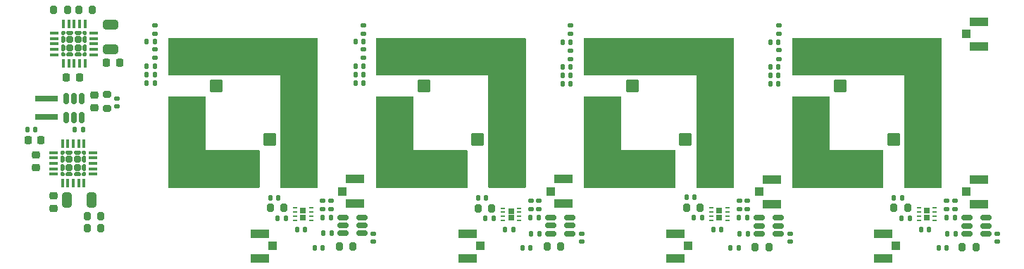
<source format=gtp>
G04 #@! TF.GenerationSoftware,KiCad,Pcbnew,8.0.7-8.0.7-0~ubuntu22.04.1*
G04 #@! TF.CreationDate,2025-03-20T12:44:00-04:00*
G04 #@! TF.ProjectId,trigger,74726967-6765-4722-9e6b-696361645f70,rev?*
G04 #@! TF.SameCoordinates,Original*
G04 #@! TF.FileFunction,Paste,Top*
G04 #@! TF.FilePolarity,Positive*
%FSLAX46Y46*%
G04 Gerber Fmt 4.6, Leading zero omitted, Abs format (unit mm)*
G04 Created by KiCad (PCBNEW 8.0.7-8.0.7-0~ubuntu22.04.1) date 2025-03-20 12:44:00*
%MOMM*%
%LPD*%
G01*
G04 APERTURE LIST*
G04 Aperture macros list*
%AMRoundRect*
0 Rectangle with rounded corners*
0 $1 Rounding radius*
0 $2 $3 $4 $5 $6 $7 $8 $9 X,Y pos of 4 corners*
0 Add a 4 corners polygon primitive as box body*
4,1,4,$2,$3,$4,$5,$6,$7,$8,$9,$2,$3,0*
0 Add four circle primitives for the rounded corners*
1,1,$1+$1,$2,$3*
1,1,$1+$1,$4,$5*
1,1,$1+$1,$6,$7*
1,1,$1+$1,$8,$9*
0 Add four rect primitives between the rounded corners*
20,1,$1+$1,$2,$3,$4,$5,0*
20,1,$1+$1,$4,$5,$6,$7,0*
20,1,$1+$1,$6,$7,$8,$9,0*
20,1,$1+$1,$8,$9,$2,$3,0*%
%AMFreePoly0*
4,1,19,0.178553,0.213392,0.221317,0.164040,0.231790,0.115895,0.231790,-0.012362,0.213392,-0.075020,0.197845,-0.094312,0.094312,-0.197845,0.036997,-0.229141,0.012362,-0.231790,-0.115895,-0.231790,-0.178553,-0.213392,-0.221317,-0.164040,-0.231790,-0.115895,-0.231790,0.115895,-0.213392,0.178553,-0.164040,0.221317,-0.115895,0.231790,0.115895,0.231790,0.178553,0.213392,0.178553,0.213392,
$1*%
%AMFreePoly1*
4,1,21,0.122595,0.381565,0.128518,0.376137,0.204814,0.299841,0.231439,0.242746,0.231789,0.234719,0.231789,-0.234719,0.210242,-0.293918,0.204814,-0.299841,0.128518,-0.376137,0.071423,-0.402762,0.063396,-0.403112,-0.139692,-0.403112,-0.198891,-0.381565,-0.230390,-0.327007,-0.231789,-0.311015,-0.231789,0.311015,-0.210242,0.370214,-0.155684,0.401713,-0.139692,0.403112,0.063396,0.403112,
0.122595,0.381565,0.122595,0.381565,$1*%
%AMFreePoly2*
4,1,19,0.075020,0.213392,0.094312,0.197845,0.197845,0.094312,0.229141,0.036997,0.231790,0.012362,0.231790,-0.115895,0.213392,-0.178553,0.164040,-0.221317,0.115895,-0.231790,-0.115895,-0.231790,-0.178553,-0.213392,-0.221317,-0.164040,-0.231790,-0.115895,-0.231790,0.115895,-0.213392,0.178553,-0.164040,0.221317,-0.115895,0.231790,0.012362,0.231790,0.075020,0.213392,0.075020,0.213392,
$1*%
%AMFreePoly3*
4,1,21,0.370214,0.210242,0.401713,0.155684,0.403112,0.139692,0.403112,-0.063396,0.381565,-0.122595,0.376137,-0.128518,0.299841,-0.204814,0.242746,-0.231439,0.234719,-0.231789,-0.234719,-0.231789,-0.293918,-0.210242,-0.299841,-0.204814,-0.376137,-0.128518,-0.402762,-0.071423,-0.403112,-0.063396,-0.403112,0.139692,-0.381565,0.198891,-0.327007,0.230390,-0.311015,0.231789,0.311015,0.231789,
0.370214,0.210242,0.370214,0.210242,$1*%
%AMFreePoly4*
4,1,21,0.293918,0.210242,0.299841,0.204814,0.376137,0.128518,0.402762,0.071423,0.403112,0.063396,0.403112,-0.139692,0.381565,-0.198891,0.327007,-0.230390,0.311015,-0.231789,-0.311015,-0.231789,-0.370214,-0.210242,-0.401713,-0.155684,-0.403112,-0.139692,-0.403112,0.063396,-0.381565,0.122595,-0.376137,0.128518,-0.299841,0.204814,-0.242746,0.231439,-0.234719,0.231789,0.234719,0.231789,
0.293918,0.210242,0.293918,0.210242,$1*%
%AMFreePoly5*
4,1,19,0.178553,0.213392,0.221317,0.164040,0.231790,0.115895,0.231790,-0.115895,0.213392,-0.178553,0.164040,-0.221317,0.115895,-0.231790,-0.012362,-0.231790,-0.075020,-0.213392,-0.094312,-0.197845,-0.197845,-0.094312,-0.229141,-0.036997,-0.231790,-0.012362,-0.231790,0.115895,-0.213392,0.178553,-0.164040,0.221317,-0.115895,0.231790,0.115895,0.231790,0.178553,0.213392,0.178553,0.213392,
$1*%
%AMFreePoly6*
4,1,21,0.198891,0.381565,0.230390,0.327007,0.231789,0.311015,0.231789,-0.311015,0.210242,-0.370214,0.155684,-0.401713,0.139692,-0.403112,-0.063396,-0.403112,-0.122595,-0.381565,-0.128518,-0.376137,-0.204814,-0.299841,-0.231439,-0.242746,-0.231789,-0.234719,-0.231789,0.234719,-0.210242,0.293918,-0.204814,0.299841,-0.128518,0.376137,-0.071423,0.402762,-0.063396,0.403112,0.139692,0.403112,
0.198891,0.381565,0.198891,0.381565,$1*%
%AMFreePoly7*
4,1,19,0.178553,0.213392,0.221317,0.164040,0.231790,0.115895,0.231790,-0.115895,0.213392,-0.178553,0.164040,-0.221317,0.115895,-0.231790,-0.115895,-0.231790,-0.178553,-0.213392,-0.221317,-0.164040,-0.231790,-0.115895,-0.231790,0.012362,-0.213392,0.075020,-0.197845,0.094312,-0.094312,0.197845,-0.036997,0.229141,-0.012362,0.231790,0.115895,0.231790,0.178553,0.213392,0.178553,0.213392,
$1*%
G04 Aperture macros list end*
%ADD10R,0.750000X0.650000*%
%ADD11RoundRect,0.062500X-0.187500X-0.062500X0.187500X-0.062500X0.187500X0.062500X-0.187500X0.062500X0*%
%ADD12RoundRect,0.200000X0.200000X0.275000X-0.200000X0.275000X-0.200000X-0.275000X0.200000X-0.275000X0*%
%ADD13RoundRect,0.200000X-0.200000X-0.275000X0.200000X-0.275000X0.200000X0.275000X-0.200000X0.275000X0*%
%ADD14RoundRect,0.135000X-0.135000X-0.185000X0.135000X-0.185000X0.135000X0.185000X-0.135000X0.185000X0*%
%ADD15RoundRect,0.140000X-0.140000X-0.170000X0.140000X-0.170000X0.140000X0.170000X-0.140000X0.170000X0*%
%ADD16RoundRect,0.225000X-0.225000X-0.250000X0.225000X-0.250000X0.225000X0.250000X-0.225000X0.250000X0*%
%ADD17RoundRect,0.225000X0.250000X-0.225000X0.250000X0.225000X-0.250000X0.225000X-0.250000X-0.225000X0*%
%ADD18RoundRect,0.225000X-0.250000X0.225000X-0.250000X-0.225000X0.250000X-0.225000X0.250000X0.225000X0*%
%ADD19RoundRect,0.225000X0.225000X0.250000X-0.225000X0.250000X-0.225000X-0.250000X0.225000X-0.250000X0*%
%ADD20R,1.050000X1.000000*%
%ADD21R,2.200000X1.050000*%
%ADD22RoundRect,0.140000X0.140000X0.170000X-0.140000X0.170000X-0.140000X-0.170000X0.140000X-0.170000X0*%
%ADD23RoundRect,0.135000X-0.185000X0.135000X-0.185000X-0.135000X0.185000X-0.135000X0.185000X0.135000X0*%
%ADD24RoundRect,0.140000X-0.170000X0.140000X-0.170000X-0.140000X0.170000X-0.140000X0.170000X0.140000X0*%
%ADD25R,2.700000X0.800000*%
%ADD26RoundRect,0.135000X0.135000X0.185000X-0.135000X0.185000X-0.135000X-0.185000X0.135000X-0.185000X0*%
%ADD27RoundRect,0.150000X-0.512500X-0.150000X0.512500X-0.150000X0.512500X0.150000X-0.512500X0.150000X0*%
%ADD28RoundRect,0.098425X0.651575X0.651575X-0.651575X0.651575X-0.651575X-0.651575X0.651575X-0.651575X0*%
%ADD29RoundRect,0.140000X0.170000X-0.140000X0.170000X0.140000X-0.170000X0.140000X-0.170000X-0.140000X0*%
%ADD30RoundRect,0.250000X-0.650000X0.325000X-0.650000X-0.325000X0.650000X-0.325000X0.650000X0.325000X0*%
%ADD31FreePoly0,180.000000*%
%ADD32FreePoly1,180.000000*%
%ADD33FreePoly2,180.000000*%
%ADD34FreePoly3,180.000000*%
%ADD35RoundRect,0.201557X0.201556X0.201556X-0.201556X0.201556X-0.201556X-0.201556X0.201556X-0.201556X0*%
%ADD36FreePoly4,180.000000*%
%ADD37FreePoly5,180.000000*%
%ADD38FreePoly6,180.000000*%
%ADD39FreePoly7,180.000000*%
%ADD40RoundRect,0.087500X0.425000X0.087500X-0.425000X0.087500X-0.425000X-0.087500X0.425000X-0.087500X0*%
%ADD41RoundRect,0.087500X0.087500X0.425000X-0.087500X0.425000X-0.087500X-0.425000X0.087500X-0.425000X0*%
%ADD42RoundRect,0.250000X0.325000X0.650000X-0.325000X0.650000X-0.325000X-0.650000X0.325000X-0.650000X0*%
%ADD43FreePoly0,270.000000*%
%ADD44FreePoly1,270.000000*%
%ADD45FreePoly2,270.000000*%
%ADD46FreePoly3,270.000000*%
%ADD47RoundRect,0.201557X-0.201556X0.201556X-0.201556X-0.201556X0.201556X-0.201556X0.201556X0.201556X0*%
%ADD48FreePoly4,270.000000*%
%ADD49FreePoly5,270.000000*%
%ADD50FreePoly6,270.000000*%
%ADD51FreePoly7,270.000000*%
%ADD52RoundRect,0.087500X-0.087500X0.425000X-0.087500X-0.425000X0.087500X-0.425000X0.087500X0.425000X0*%
%ADD53RoundRect,0.087500X-0.425000X0.087500X-0.425000X-0.087500X0.425000X-0.087500X0.425000X0.087500X0*%
%ADD54RoundRect,0.200000X0.275000X-0.200000X0.275000X0.200000X-0.275000X0.200000X-0.275000X-0.200000X0*%
%ADD55RoundRect,0.150000X0.150000X-0.512500X0.150000X0.512500X-0.150000X0.512500X-0.150000X-0.512500X0*%
G04 APERTURE END LIST*
D10*
X182225000Y-111775000D03*
X182225000Y-112575000D03*
D11*
X181275000Y-111425000D03*
X181275000Y-111925000D03*
X181275000Y-112425000D03*
X181275000Y-112925000D03*
X183175000Y-112925000D03*
X183175000Y-112425000D03*
X183175000Y-111925000D03*
X183175000Y-111425000D03*
D10*
X157275000Y-111750000D03*
X157275000Y-112550000D03*
D11*
X156325000Y-111400000D03*
X156325000Y-111900000D03*
X156325000Y-112400000D03*
X156325000Y-112900000D03*
X158225000Y-112900000D03*
X158225000Y-112400000D03*
X158225000Y-111900000D03*
X158225000Y-111400000D03*
D10*
X132225000Y-111800000D03*
X132225000Y-112600000D03*
D11*
X131275000Y-111450000D03*
X131275000Y-111950000D03*
X131275000Y-112450000D03*
X131275000Y-112950000D03*
X133175000Y-112950000D03*
X133175000Y-112450000D03*
X133175000Y-111950000D03*
X133175000Y-111450000D03*
D10*
X107225000Y-111775000D03*
X107225000Y-112575000D03*
D11*
X106275000Y-111425000D03*
X106275000Y-111925000D03*
X106275000Y-112425000D03*
X106275000Y-112925000D03*
X108175000Y-112925000D03*
X108175000Y-112425000D03*
X108175000Y-111925000D03*
X108175000Y-111425000D03*
D12*
X81275000Y-113900000D03*
X82925000Y-113900000D03*
D13*
X179925000Y-111425000D03*
X178275000Y-111425000D03*
D14*
X180170000Y-112675000D03*
X179150000Y-112675000D03*
D13*
X154975000Y-111400000D03*
X153325000Y-111400000D03*
D14*
X155210000Y-112625000D03*
X154190000Y-112625000D03*
D13*
X129925000Y-111450000D03*
X128275000Y-111450000D03*
D14*
X130160000Y-112700000D03*
X129140000Y-112700000D03*
X105160000Y-112675000D03*
X104140000Y-112675000D03*
D15*
X179230000Y-110200000D03*
X178270000Y-110200000D03*
X154280000Y-110175000D03*
X153320000Y-110175000D03*
X129230000Y-110225000D03*
X128270000Y-110225000D03*
D16*
X75725000Y-103250000D03*
X74175000Y-103250000D03*
D17*
X75100000Y-106575000D03*
X75100000Y-105025000D03*
D18*
X77200000Y-111475000D03*
X77200000Y-109925000D03*
D19*
X78775000Y-95750000D03*
X80325000Y-95750000D03*
D16*
X85150000Y-93975000D03*
X83600000Y-93975000D03*
D18*
X82150000Y-99375000D03*
X82150000Y-97825000D03*
D20*
X178525000Y-116000000D03*
D21*
X177000000Y-114525000D03*
X177000000Y-117475000D03*
X152000000Y-117475000D03*
X152000000Y-114525000D03*
D20*
X153525000Y-116000000D03*
D21*
X127000000Y-117475000D03*
X127000000Y-114525000D03*
D20*
X128525000Y-116000000D03*
D21*
X102000000Y-117475000D03*
X102000000Y-114525000D03*
D20*
X103525000Y-116000000D03*
D22*
X113520000Y-95400000D03*
X114480000Y-95400000D03*
D14*
X110610000Y-112575000D03*
X109590000Y-112575000D03*
D23*
X114500000Y-90500000D03*
X114500000Y-89480000D03*
D24*
X190700000Y-115505000D03*
X190700000Y-114545000D03*
D23*
X139400000Y-90510000D03*
X139400000Y-89490000D03*
D25*
X76400000Y-100500000D03*
X76400000Y-98300000D03*
D12*
X80262500Y-87650000D03*
X81912500Y-87650000D03*
D26*
X109640000Y-114487500D03*
X110660000Y-114487500D03*
D23*
X114500000Y-93410000D03*
X114500000Y-92390000D03*
X139400000Y-93510000D03*
X139400000Y-92490000D03*
D22*
X138420000Y-95500000D03*
X139380000Y-95500000D03*
D13*
X104925000Y-111425000D03*
X103275000Y-111425000D03*
D27*
X164337500Y-112625000D03*
X164337500Y-113575000D03*
X164337500Y-114525000D03*
X162062500Y-114525000D03*
X162062500Y-113575000D03*
X162062500Y-112625000D03*
D22*
X163420000Y-91500000D03*
X164380000Y-91500000D03*
D28*
X146800000Y-96800000D03*
X153200000Y-103200000D03*
D29*
X135600000Y-110600000D03*
X135600000Y-111560000D03*
X84850000Y-99230000D03*
X84850000Y-98270000D03*
D22*
X88420000Y-95400000D03*
X89380000Y-95400000D03*
X133620000Y-116250000D03*
X134580000Y-116250000D03*
D30*
X84087500Y-92375000D03*
X84087500Y-89425000D03*
D12*
X77262500Y-87650000D03*
X78912500Y-87650000D03*
D24*
X115700000Y-115460000D03*
X115700000Y-114500000D03*
D15*
X107480000Y-114000000D03*
X106520000Y-114000000D03*
D14*
X80760000Y-101975000D03*
X79740000Y-101975000D03*
D29*
X160650000Y-110595000D03*
X160650000Y-111555000D03*
D24*
X140700000Y-115480000D03*
X140700000Y-114520000D03*
D31*
X80887500Y-107350000D03*
D32*
X80887500Y-106562500D03*
X80887500Y-105562500D03*
D33*
X80887500Y-104775000D03*
D34*
X80100000Y-107350000D03*
D35*
X80100000Y-106562500D03*
X80100000Y-105562500D03*
D36*
X80100000Y-104775000D03*
D34*
X79100000Y-107350000D03*
D35*
X79100000Y-106562500D03*
X79100000Y-105562500D03*
D36*
X79100000Y-104775000D03*
D37*
X78312500Y-107350000D03*
D38*
X78312500Y-106562500D03*
X78312500Y-105562500D03*
D39*
X78312500Y-104775000D03*
D40*
X81962500Y-107362500D03*
X81962500Y-106712500D03*
X81962500Y-106062500D03*
X81962500Y-105412500D03*
X81962500Y-104762500D03*
D41*
X80900000Y-103700000D03*
X80250000Y-103700000D03*
X79600000Y-103700000D03*
X78950000Y-103700000D03*
X78300000Y-103700000D03*
D40*
X77237500Y-104762500D03*
X77237500Y-105412500D03*
X77237500Y-106062500D03*
X77237500Y-106712500D03*
X77237500Y-107362500D03*
D41*
X78300000Y-108425000D03*
X78950000Y-108425000D03*
X79600000Y-108425000D03*
X80250000Y-108425000D03*
X80900000Y-108425000D03*
D29*
X110600000Y-110595000D03*
X110600000Y-111555000D03*
D15*
X157480000Y-114000000D03*
X156520000Y-114000000D03*
X104230000Y-110200000D03*
X103270000Y-110200000D03*
D22*
X183620000Y-116250000D03*
X184580000Y-116250000D03*
D15*
X132480000Y-114000000D03*
X131520000Y-114000000D03*
D29*
X185600000Y-110595000D03*
X185600000Y-111555000D03*
D13*
X138225000Y-116100000D03*
X136575000Y-116100000D03*
D24*
X165750000Y-115505000D03*
X165750000Y-114545000D03*
D21*
X113500000Y-107975000D03*
X113500000Y-110925000D03*
D20*
X111975000Y-109450000D03*
D29*
X109600000Y-110595000D03*
X109600000Y-111555000D03*
D22*
X163420000Y-96500000D03*
X164380000Y-96500000D03*
D14*
X160650000Y-112575000D03*
X159630000Y-112575000D03*
D29*
X134600000Y-110600000D03*
X134600000Y-111560000D03*
D20*
X136975000Y-109450000D03*
D21*
X138500000Y-110925000D03*
X138500000Y-107975000D03*
D14*
X185600000Y-112575000D03*
X184580000Y-112575000D03*
D22*
X138420000Y-94500000D03*
X139380000Y-94500000D03*
X159580000Y-116250000D03*
X158620000Y-116250000D03*
D13*
X163225000Y-116125000D03*
X161575000Y-116125000D03*
D22*
X163420000Y-94500000D03*
X164380000Y-94500000D03*
D21*
X163550000Y-108000000D03*
X163550000Y-110950000D03*
D20*
X162025000Y-109475000D03*
D27*
X114287500Y-112587500D03*
X114287500Y-113537500D03*
X114287500Y-114487500D03*
X112012500Y-114487500D03*
X112012500Y-113537500D03*
X112012500Y-112587500D03*
D13*
X188125000Y-116125000D03*
X186475000Y-116125000D03*
D14*
X135600000Y-112580000D03*
X134580000Y-112580000D03*
D28*
X96800000Y-96800000D03*
X103200000Y-103200000D03*
D27*
X187012500Y-112625000D03*
X187012500Y-113575000D03*
X187012500Y-114525000D03*
X189287500Y-114525000D03*
X189287500Y-113575000D03*
X189287500Y-112625000D03*
D23*
X89400000Y-93410000D03*
X89400000Y-92390000D03*
D22*
X108620000Y-116250000D03*
X109580000Y-116250000D03*
X113520000Y-94400000D03*
X114480000Y-94400000D03*
D26*
X159690000Y-114525000D03*
X160710000Y-114525000D03*
D22*
X113520000Y-96400000D03*
X114480000Y-96400000D03*
X138420000Y-91500000D03*
X139380000Y-91500000D03*
X88420000Y-94400000D03*
X89380000Y-94400000D03*
D13*
X113225000Y-116087500D03*
X111575000Y-116087500D03*
D28*
X171800000Y-96800000D03*
X178200000Y-103200000D03*
D22*
X163420000Y-95500000D03*
X164380000Y-95500000D03*
D15*
X181520000Y-114000000D03*
X182480000Y-114000000D03*
D26*
X134640000Y-114500000D03*
X135660000Y-114500000D03*
D28*
X121800000Y-96800000D03*
X128200000Y-103200000D03*
D23*
X164400000Y-90510000D03*
X164400000Y-89490000D03*
D22*
X88420000Y-91400000D03*
X89380000Y-91400000D03*
X113520000Y-91400000D03*
X114480000Y-91400000D03*
D13*
X82925000Y-112400000D03*
X81275000Y-112400000D03*
D23*
X89400000Y-90470000D03*
X89400000Y-89450000D03*
D22*
X88420000Y-96400000D03*
X89380000Y-96400000D03*
D42*
X78825000Y-110450000D03*
X81775000Y-110450000D03*
D22*
X138420000Y-96500000D03*
X139380000Y-96500000D03*
D15*
X75030000Y-102000000D03*
X74070000Y-102000000D03*
D29*
X159650000Y-110595000D03*
X159650000Y-111555000D03*
D26*
X184640000Y-114525000D03*
X185660000Y-114525000D03*
D27*
X139287500Y-112600000D03*
X139287500Y-113550000D03*
X139287500Y-114500000D03*
X137012500Y-114500000D03*
X137012500Y-113550000D03*
X137012500Y-112600000D03*
D23*
X164400000Y-93500000D03*
X164400000Y-92480000D03*
D29*
X184600000Y-110595000D03*
X184600000Y-111555000D03*
D21*
X188450000Y-108000000D03*
X188450000Y-110950000D03*
D20*
X186925000Y-109475000D03*
D43*
X80987500Y-90412500D03*
D44*
X80200000Y-90412500D03*
X79200000Y-90412500D03*
D45*
X78412500Y-90412500D03*
D46*
X80987500Y-91200000D03*
D47*
X80200000Y-91200000D03*
X79200000Y-91200000D03*
D48*
X78412500Y-91200000D03*
D46*
X80987500Y-92200000D03*
D47*
X80200000Y-92200000D03*
X79200000Y-92200000D03*
D48*
X78412500Y-92200000D03*
D49*
X80987500Y-92987500D03*
D50*
X80200000Y-92987500D03*
X79200000Y-92987500D03*
D51*
X78412500Y-92987500D03*
D52*
X81000000Y-89337500D03*
X80350000Y-89337500D03*
X79700000Y-89337500D03*
X79050000Y-89337500D03*
X78400000Y-89337500D03*
D53*
X77337500Y-90400000D03*
X77337500Y-91050000D03*
X77337500Y-91700000D03*
X77337500Y-92350000D03*
X77337500Y-93000000D03*
D52*
X78400000Y-94062500D03*
X79050000Y-94062500D03*
X79700000Y-94062500D03*
X80350000Y-94062500D03*
X81000000Y-94062500D03*
D53*
X82062500Y-93000000D03*
X82062500Y-92350000D03*
X82062500Y-91700000D03*
X82062500Y-91050000D03*
X82062500Y-90400000D03*
D54*
X83650000Y-97775000D03*
X83650000Y-99425000D03*
D21*
X188500000Y-89025000D03*
X188500000Y-91975000D03*
D20*
X186975000Y-90500000D03*
D55*
X78750000Y-100550000D03*
X79700000Y-100550000D03*
X80650000Y-100550000D03*
X80650000Y-98275000D03*
X79700000Y-98275000D03*
X78750000Y-98275000D03*
G36*
X120485648Y-98014352D02*
G01*
X120500000Y-98049000D01*
X120500000Y-104500000D01*
X126951000Y-104500000D01*
X126985648Y-104514352D01*
X127000000Y-104549000D01*
X127000000Y-108951000D01*
X126985648Y-108985648D01*
X126951000Y-109000000D01*
X116049000Y-109000000D01*
X116014352Y-108985648D01*
X116000000Y-108951000D01*
X116000000Y-98049000D01*
X116014352Y-98014352D01*
X116049000Y-98000000D01*
X120451000Y-98000000D01*
X120485648Y-98014352D01*
G37*
G36*
X170485648Y-98014352D02*
G01*
X170500000Y-98049000D01*
X170500000Y-104500000D01*
X176951000Y-104500000D01*
X176985648Y-104514352D01*
X177000000Y-104549000D01*
X177000000Y-108951000D01*
X176985648Y-108985648D01*
X176951000Y-109000000D01*
X166049000Y-109000000D01*
X166014352Y-108985648D01*
X166000000Y-108951000D01*
X166000000Y-98049000D01*
X166014352Y-98014352D01*
X166049000Y-98000000D01*
X170451000Y-98000000D01*
X170485648Y-98014352D01*
G37*
G36*
X108985648Y-91014352D02*
G01*
X109000000Y-91049000D01*
X109000000Y-108951000D01*
X108985648Y-108985648D01*
X108951000Y-109000000D01*
X104549000Y-109000000D01*
X104514352Y-108985648D01*
X104500000Y-108951000D01*
X104500000Y-95500000D01*
X91049000Y-95500000D01*
X91014352Y-95485648D01*
X91000000Y-95451000D01*
X91000000Y-91049000D01*
X91014352Y-91014352D01*
X91049000Y-91000000D01*
X108951000Y-91000000D01*
X108985648Y-91014352D01*
G37*
G36*
X133985648Y-91014352D02*
G01*
X134000000Y-91049000D01*
X134000000Y-108951000D01*
X133985648Y-108985648D01*
X133951000Y-109000000D01*
X129549000Y-109000000D01*
X129514352Y-108985648D01*
X129500000Y-108951000D01*
X129500000Y-95500000D01*
X116049000Y-95500000D01*
X116014352Y-95485648D01*
X116000000Y-95451000D01*
X116000000Y-91049000D01*
X116014352Y-91014352D01*
X116049000Y-91000000D01*
X133951000Y-91000000D01*
X133985648Y-91014352D01*
G37*
G36*
X95485648Y-98014352D02*
G01*
X95500000Y-98049000D01*
X95500000Y-104500000D01*
X101951000Y-104500000D01*
X101985648Y-104514352D01*
X102000000Y-104549000D01*
X102000000Y-108951000D01*
X101985648Y-108985648D01*
X101951000Y-109000000D01*
X91049000Y-109000000D01*
X91014352Y-108985648D01*
X91000000Y-108951000D01*
X91000000Y-98049000D01*
X91014352Y-98014352D01*
X91049000Y-98000000D01*
X95451000Y-98000000D01*
X95485648Y-98014352D01*
G37*
G36*
X183985648Y-91014352D02*
G01*
X184000000Y-91049000D01*
X184000000Y-108951000D01*
X183985648Y-108985648D01*
X183951000Y-109000000D01*
X179549000Y-109000000D01*
X179514352Y-108985648D01*
X179500000Y-108951000D01*
X179500000Y-95500000D01*
X166049000Y-95500000D01*
X166014352Y-95485648D01*
X166000000Y-95451000D01*
X166000000Y-91049000D01*
X166014352Y-91014352D01*
X166049000Y-91000000D01*
X183951000Y-91000000D01*
X183985648Y-91014352D01*
G37*
G36*
X158985648Y-91014352D02*
G01*
X159000000Y-91049000D01*
X159000000Y-108951000D01*
X158985648Y-108985648D01*
X158951000Y-109000000D01*
X154549000Y-109000000D01*
X154514352Y-108985648D01*
X154500000Y-108951000D01*
X154500000Y-95500000D01*
X141049000Y-95500000D01*
X141014352Y-95485648D01*
X141000000Y-95451000D01*
X141000000Y-91049000D01*
X141014352Y-91014352D01*
X141049000Y-91000000D01*
X158951000Y-91000000D01*
X158985648Y-91014352D01*
G37*
G36*
X145485648Y-98014352D02*
G01*
X145500000Y-98049000D01*
X145500000Y-104500000D01*
X151951000Y-104500000D01*
X151985648Y-104514352D01*
X152000000Y-104549000D01*
X152000000Y-108951000D01*
X151985648Y-108985648D01*
X151951000Y-109000000D01*
X141049000Y-109000000D01*
X141014352Y-108985648D01*
X141000000Y-108951000D01*
X141000000Y-98049000D01*
X141014352Y-98014352D01*
X141049000Y-98000000D01*
X145451000Y-98000000D01*
X145485648Y-98014352D01*
G37*
M02*

</source>
